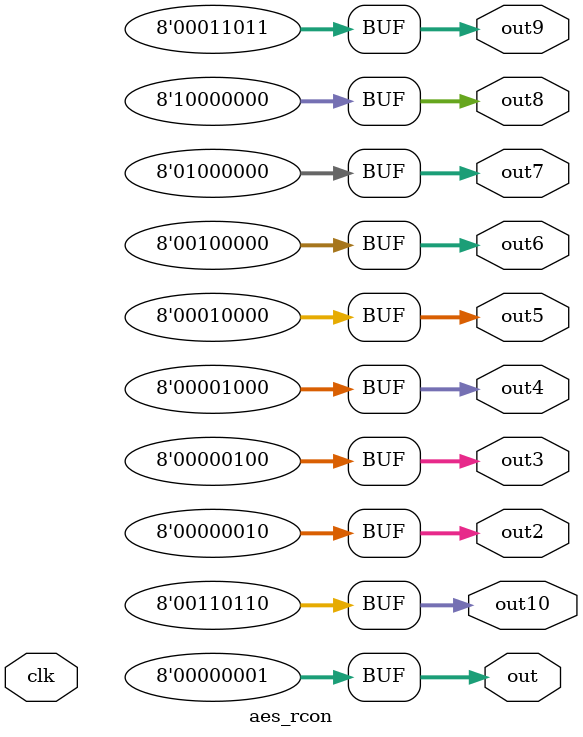
<source format=sv>
`timescale 1ns / 1ps


module aes_key_expand_128( clk,key, key_s0,key_s1,key_s2,key_s3,key_s4,key_s5,key_s6,key_s7,key_s8,key_s9,key_s10);
input logic	[127:0]	key;
input logic clk;
output logic [127:0] key_s0,key_s1,key_s2,key_s3,key_s4,key_s5,key_s6,key_s7,key_s8,key_s9,key_s10;

logic	[31:0]	w0,w1,w2,w3, w4, w5, w6, w7, w8, w9, w10, w11, w12, w13, w14, w15, w16, w17,
							w18, w19, w20, w21, w22, w23, w24, w25, w26, w27, w28, w29, w30, w31, w32, w33,
							w34, w35, w36, w37, w38, w39, w40, w41, w42, w43;
wire	[31:0]	subword, subword2,subword3,subword4,subword5, subword6, subword7,subword8,subword9,subword10;			
wire	[7:0]	rcon, rcon2,rcon3,rcon4,rcon5, rcon6, rcon7,rcon8,rcon9,rcon10;	

always @*
begin
 
w0 =  key[127:096];
w1 =  key[095:064];
w2 =  key[063:032];
w3 =  key[031:000];

w4 =  key[127:096]^subword^{8'h01,24'b0};
w5 =  key[095:064]^key[127:096]^subword^{8'h01,24'b0};
w6 =  key[063:032]^key[095:064]^key[127:096]^subword^{8'h01,24'b0}; 
w7 =  key[127:096]^key[095:064]^key[063:032]^key[031:000]^subword^{8'h01,24'b0};

w8  =  w4^subword2^{rcon2,24'b0};
w9  =  w5^w4^subword2^{rcon2,24'b0};
w10 =  w6^w5^w4^subword2^{rcon2,24'b0}; 
w11 =  w7^w6^w5^w4^subword2^{rcon2,24'b0};


w12  =  w8^subword3^{rcon3,24'b0};
w13  =  w8^w9^subword3^{rcon3,24'b0};
w14  =  w8^w9^w10^subword3^{rcon3,24'b0}; 
w15  =  w8^w9^w10^w11^subword3^{rcon3,24'b0};


w16  =  w12^subword4^{rcon4,24'b0};
w17  =  w12^w13^subword4^{rcon4,24'b0};
w18  =  w12^w13^w14^subword4^{rcon4,24'b0}; 
w19  =  w12^w13^w14^w15^subword4^{rcon4,24'b0};


w20  =  w16^subword5^{rcon5,24'b0};
w21  =  w16^w17^subword5^{rcon5,24'b0};
w22  =  w16^w17^w18^subword5^{rcon5,24'b0}; 
w23  =  w16^w17^w18^w19^subword5^{rcon5,24'b0};


w24  =  w20^subword6^{rcon6,24'b0};
w25  =  w20^w21^subword6^{rcon6,24'b0};
w26  =  w20^w21^w22^subword6^{rcon6,24'b0}; 
w27  =  w20^w21^w22^w23^subword6^{rcon6,24'b0};

w28  =  w24^subword7^{rcon7,24'b0};
w29  =  w24^w25^subword7^{rcon7,24'b0};
w30  =  w24^w25^w26^subword7^{rcon7,24'b0}; 
w31  =  w24^w25^w26^w27^subword7^{rcon7,24'b0};


w32  =  w28^subword8^{rcon8,24'b0};
w33  =  w28^w29^subword8^{rcon8,24'b0};
w34  =  w28^w29^w30^subword8^{rcon8,24'b0}; 
w35  =  w28^w29^w30^w31^subword8^{rcon8,24'b0};

w36  =  w32^subword9^{rcon9,24'b0};
w37  =  w32^w33^subword9^{rcon9,24'b0};
w38  =  w32^w33^w34^subword9^{rcon9,24'b0}; 
w39  =  w32^w33^w34^w35^subword9^{rcon9,24'b0};

w40  =  w36^subword10^{rcon10,24'b0};
w41  =  w36^w37^subword10^{rcon10,24'b0};
w42  =  w36^w37^w38^subword10^{rcon10,24'b0}; 
w43  =  w36^w37^w38^w39^subword10^{rcon10,24'b0};

end
aes_rcon r1(clk,rcon,rcon2,rcon3,rcon4,rcon5,rcon6,rcon7,rcon8,rcon9,rcon10);

sbox u0(	w3[23:16],subword[31:24]);
sbox u1(	w3[15:8], subword[23:16]);
sbox u2(	w3[7:0], subword[15:8]);
sbox u3(	w3[31:24], subword[7:0]); 

sbox u4(	w7[23:16], subword2[31:24]);
sbox u5(	w7[15:08], subword2[23:16]);
sbox u6(	w7[7:0], subword2[15:8]);
sbox u7(	w7[31:24], subword2[7:0]); 


sbox u8(	w11[23:16], subword3[31:24]);
sbox u9(	w11[15:8], subword3[23:16]);
sbox u10(w11[7:0], subword3[15:08]);
sbox u11(w11[31:24], subword3[7:0]); 


sbox u12(w15[23:16], subword4[31:24]);
sbox u13(w15[15:08], subword4[23:16]);
sbox u14(w15[7:0], subword4[15:8]);
sbox u15(w15[31:24], subword4[7:0]); 

sbox u16(w19[23:16],subword5[31:24]);
sbox u17(w19[15:8], subword5[23:16]);
sbox u18(w19[7:0], subword5[15:8]);
sbox u19(w19[31:24], subword5[7:0]); 

sbox u20(w23[23:16], subword6[31:24]);
sbox u21(w23[15:8], subword6[23:16]);
sbox u22(w23[7:0], subword6[15:8]);
sbox u23(w23[31:24], subword6[7:0]); 

sbox u24(w27[23:16], subword7[31:24]);
sbox u25(w27[15:08], subword7[23:16]);
sbox u26(w27[7:0], subword7[15:8]);
sbox u27(w27[31:24], subword7[7:0]); 

sbox u28(w31[23:16], subword8[31:24]);
sbox u29(w31[15:08], subword8[23:16]);
sbox u30(w31[7:0], subword8[15:8]);
sbox u31(w31[31:24], subword8[7:0]); 

sbox u32(w35[23:16], subword9[31:24]);
sbox u33(w35[15:08], subword9[23:16]);
sbox u34(w35[7:0], subword9[15:8]);
sbox u35(w35[31:24], subword9[7:0]); 

sbox u36(w39[23:16], subword10[31:24]);
sbox u37(w39[15:08], subword10[23:16]);
sbox u38(w39[7:0], subword10[15:8]);
sbox u39(w39[31:24], subword10[7:0]); 




assign key_s0={w0,w1,w2,w3};
assign key_s1={w4,w5,w6,w7};
assign key_s2={w8,w9,w10,w11};
assign key_s3={w12,w13,w14,w15};
assign key_s4={w16,w17,w18,w19};
assign key_s5={w20,w21,w22,w23};
assign key_s6={w24,w25,w26,w27};
assign key_s7={w28,w29,w30,w31};
assign key_s8={w32,w33,w34,w35};
assign key_s9={w36,w37,w38,w39};
assign key_s10={w40,w41,w42,w43};


endmodule


module aes_rcon(clk,out,out2,out3,out4,out5,out6,out7,out8,out9,out10);

input		clk;

output [7:0] out,out2,out3,out4,out5,out6,out7,out8,out9,out10;



assign		out  = frcon(0);
assign		out2 = frcon(1); 
assign		out3 = frcon(2);
assign		out4 = frcon(3);
assign		out5 = frcon(4);
assign		out6 = frcon(5);
assign		out7 = frcon(6); 
assign		out8 = frcon(7);
assign		out9 = frcon(8);
assign		out10 = frcon(9);		 

function [7:0]	frcon;

input	[3:0]	i;

case(i)	
   4'h0: frcon=8'h01;		//1
   4'h1: frcon=8'h02;		//x
   4'h2: frcon=8'h04;		//x^2
   4'h3: frcon=8'h08;		//x^3
   4'h4: frcon=8'h10;		//x^4
   4'h5: frcon=8'h20;		//x^5
   4'h6: frcon=8'h40;		//x^6
   4'h7: frcon=8'h80;		//x^7
   4'h8: frcon=8'h1b;		//x^8
   4'h9: frcon=8'h36;		//x^9
   default: frcon=8'h00;
endcase

endfunction



endmodule

</source>
